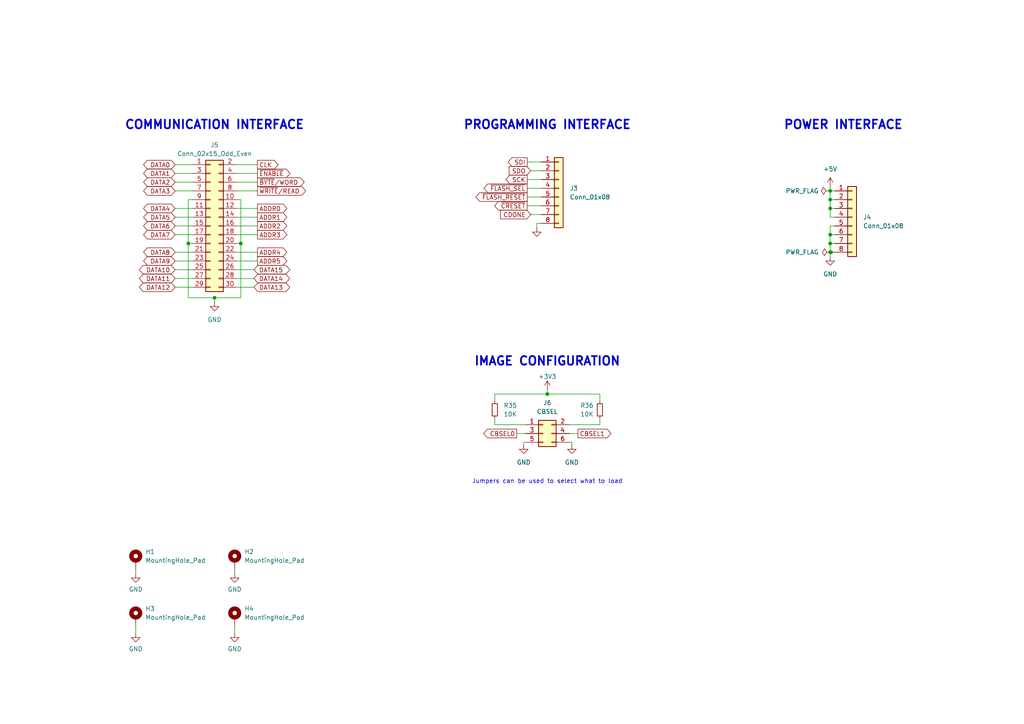
<source format=kicad_sch>
(kicad_sch (version 20231120) (generator "eeschema") (generator_version "8.0")
  (paper "A4")
  (title_block (title "vaudeo") (date "2025-01-22") (rev "Rev A") (comment 1 "A video and audeo board") (comment 3 "https://github.com/oricomp/vaudeo") (comment 4 "Created by Jacob Long"))
  (lib_symbols
    (symbol "Connector_Generic:Conn_01x08" (pin_names (offset 1.016) hide)
      (property "Reference" "J" (at 0 10.16 0))
      (property "Value" "Conn_01x08" (at 0 -12.7 0))
      (symbol "Conn_01x08_1_1"
        (rectangle (start -1.27 -10.033) (end 0 -10.287) (stroke (width 0.1524)))
        (rectangle (start -1.27 -7.493) (end 0 -7.747) (stroke (width 0.1524)))
        (rectangle (start -1.27 -4.953) (end 0 -5.207) (stroke (width 0.1524)))
        (rectangle (start -1.27 -2.413) (end 0 -2.667) (stroke (width 0.1524)))
        (rectangle (start -1.27 0.127) (end 0 -0.127) (stroke (width 0.1524)))
        (rectangle (start -1.27 2.667) (end 0 2.413) (stroke (width 0.1524)))
        (rectangle (start -1.27 5.207) (end 0 4.953) (stroke (width 0.1524)))
        (rectangle (start -1.27 7.747) (end 0 7.493) (stroke (width 0.1524)))
        (rectangle (start -1.27 8.89) (end 1.27 -11.43) (stroke (width 0.254)) (fill (type background)))
        (pin passive line (at -5.08 7.62 0) (length 3.81) (name "Pin_1") (number "1"))
        (pin passive line (at -5.08 5.08 0) (length 3.81) (name "Pin_2") (number "2"))
        (pin passive line (at -5.08 2.54 0) (length 3.81) (name "Pin_3") (number "3"))
        (pin passive line (at -5.08 0 0) (length 3.81) (name "Pin_4") (number "4"))
        (pin passive line (at -5.08 -2.54 0) (length 3.81) (name "Pin_5") (number "5"))
        (pin passive line (at -5.08 -5.08 0) (length 3.81) (name "Pin_6") (number "6"))
        (pin passive line (at -5.08 -7.62 0) (length 3.81) (name "Pin_7") (number "7"))
        (pin passive line (at -5.08 -10.16 0) (length 3.81) (name "Pin_8") (number "8"))
      )
    )
    (symbol "Connector_Generic:Conn_02x03_Odd_Even" (pin_names (offset 1.016) hide)
      (property "Reference" "J" (at 1.27 5.08 0))
      (property "Value" "Conn_02x03_Odd_Even" (at 1.27 -5.08 0))
      (symbol "Conn_02x03_Odd_Even_1_1"
        (rectangle (start -1.27 -2.413) (end 0 -2.667) (stroke (width 0.1524)))
        (rectangle (start -1.27 0.127) (end 0 -0.127) (stroke (width 0.1524)))
        (rectangle (start -1.27 2.667) (end 0 2.413) (stroke (width 0.1524)))
        (rectangle (start -1.27 3.81) (end 3.81 -3.81) (stroke (width 0.254)) (fill (type background)))
        (rectangle (start 3.81 -2.413) (end 2.54 -2.667) (stroke (width 0.1524)))
        (rectangle (start 3.81 0.127) (end 2.54 -0.127) (stroke (width 0.1524)))
        (rectangle (start 3.81 2.667) (end 2.54 2.413) (stroke (width 0.1524)))
        (pin passive line (at -5.08 2.54 0) (length 3.81) (name "Pin_1") (number "1"))
        (pin passive line (at 7.62 2.54 180) (length 3.81) (name "Pin_2") (number "2"))
        (pin passive line (at -5.08 0 0) (length 3.81) (name "Pin_3") (number "3"))
        (pin passive line (at 7.62 0 180) (length 3.81) (name "Pin_4") (number "4"))
        (pin passive line (at -5.08 -2.54 0) (length 3.81) (name "Pin_5") (number "5"))
        (pin passive line (at 7.62 -2.54 180) (length 3.81) (name "Pin_6") (number "6"))
      )
    )
    (symbol "Connector_Generic:Conn_02x15_Odd_Even" (pin_names (offset 1.016) hide)
      (property "Reference" "J" (at 1.27 20.32 0))
      (property "Value" "Conn_02x15_Odd_Even" (at 1.27 -20.32 0))
      (symbol "Conn_02x15_Odd_Even_1_1"
        (rectangle (start -1.27 -17.653) (end 0 -17.907) (stroke (width 0.1524)))
        (rectangle (start -1.27 -15.113) (end 0 -15.367) (stroke (width 0.1524)))
        (rectangle (start -1.27 -12.573) (end 0 -12.827) (stroke (width 0.1524)))
        (rectangle (start -1.27 -10.033) (end 0 -10.287) (stroke (width 0.1524)))
        (rectangle (start -1.27 -7.493) (end 0 -7.747) (stroke (width 0.1524)))
        (rectangle (start -1.27 -4.953) (end 0 -5.207) (stroke (width 0.1524)))
        (rectangle (start -1.27 -2.413) (end 0 -2.667) (stroke (width 0.1524)))
        (rectangle (start -1.27 0.127) (end 0 -0.127) (stroke (width 0.1524)))
        (rectangle (start -1.27 2.667) (end 0 2.413) (stroke (width 0.1524)))
        (rectangle (start -1.27 5.207) (end 0 4.953) (stroke (width 0.1524)))
        (rectangle (start -1.27 7.747) (end 0 7.493) (stroke (width 0.1524)))
        (rectangle (start -1.27 10.287) (end 0 10.033) (stroke (width 0.1524)))
        (rectangle (start -1.27 12.827) (end 0 12.573) (stroke (width 0.1524)))
        (rectangle (start -1.27 15.367) (end 0 15.113) (stroke (width 0.1524)))
        (rectangle (start -1.27 17.907) (end 0 17.653) (stroke (width 0.1524)))
        (rectangle (start -1.27 19.05) (end 3.81 -19.05) (stroke (width 0.254)) (fill (type background)))
        (rectangle (start 3.81 -17.653) (end 2.54 -17.907) (stroke (width 0.1524)))
        (rectangle (start 3.81 -15.113) (end 2.54 -15.367) (stroke (width 0.1524)))
        (rectangle (start 3.81 -12.573) (end 2.54 -12.827) (stroke (width 0.1524)))
        (rectangle (start 3.81 -10.033) (end 2.54 -10.287) (stroke (width 0.1524)))
        (rectangle (start 3.81 -7.493) (end 2.54 -7.747) (stroke (width 0.1524)))
        (rectangle (start 3.81 -4.953) (end 2.54 -5.207) (stroke (width 0.1524)))
        (rectangle (start 3.81 -2.413) (end 2.54 -2.667) (stroke (width 0.1524)))
        (rectangle (start 3.81 0.127) (end 2.54 -0.127) (stroke (width 0.1524)))
        (rectangle (start 3.81 2.667) (end 2.54 2.413) (stroke (width 0.1524)))
        (rectangle (start 3.81 5.207) (end 2.54 4.953) (stroke (width 0.1524)))
        (rectangle (start 3.81 7.747) (end 2.54 7.493) (stroke (width 0.1524)))
        (rectangle (start 3.81 10.287) (end 2.54 10.033) (stroke (width 0.1524)))
        (rectangle (start 3.81 12.827) (end 2.54 12.573) (stroke (width 0.1524)))
        (rectangle (start 3.81 15.367) (end 2.54 15.113) (stroke (width 0.1524)))
        (rectangle (start 3.81 17.907) (end 2.54 17.653) (stroke (width 0.1524)))
        (pin passive line (at -5.08 17.78 0) (length 3.81) (name "Pin_1") (number "1"))
        (pin passive line (at 7.62 7.62 180) (length 3.81) (name "Pin_10") (number "10"))
        (pin passive line (at -5.08 5.08 0) (length 3.81) (name "Pin_11") (number "11"))
        (pin passive line (at 7.62 5.08 180) (length 3.81) (name "Pin_12") (number "12"))
        (pin passive line (at -5.08 2.54 0) (length 3.81) (name "Pin_13") (number "13"))
        (pin passive line (at 7.62 2.54 180) (length 3.81) (name "Pin_14") (number "14"))
        (pin passive line (at -5.08 0 0) (length 3.81) (name "Pin_15") (number "15"))
        (pin passive line (at 7.62 0 180) (length 3.81) (name "Pin_16") (number "16"))
        (pin passive line (at -5.08 -2.54 0) (length 3.81) (name "Pin_17") (number "17"))
        (pin passive line (at 7.62 -2.54 180) (length 3.81) (name "Pin_18") (number "18"))
        (pin passive line (at -5.08 -5.08 0) (length 3.81) (name "Pin_19") (number "19"))
        (pin passive line (at 7.62 17.78 180) (length 3.81) (name "Pin_2") (number "2"))
        (pin passive line (at 7.62 -5.08 180) (length 3.81) (name "Pin_20") (number "20"))
        (pin passive line (at -5.08 -7.62 0) (length 3.81) (name "Pin_21") (number "21"))
        (pin passive line (at 7.62 -7.62 180) (length 3.81) (name "Pin_22") (number "22"))
        (pin passive line (at -5.08 -10.16 0) (length 3.81) (name "Pin_23") (number "23"))
        (pin passive line (at 7.62 -10.16 180) (length 3.81) (name "Pin_24") (number "24"))
        (pin passive line (at -5.08 -12.7 0) (length 3.81) (name "Pin_25") (number "25"))
        (pin passive line (at 7.62 -12.7 180) (length 3.81) (name "Pin_26") (number "26"))
        (pin passive line (at -5.08 -15.24 0) (length 3.81) (name "Pin_27") (number "27"))
        (pin passive line (at 7.62 -15.24 180) (length 3.81) (name "Pin_28") (number "28"))
        (pin passive line (at -5.08 -17.78 0) (length 3.81) (name "Pin_29") (number "29"))
        (pin passive line (at -5.08 15.24 0) (length 3.81) (name "Pin_3") (number "3"))
        (pin passive line (at 7.62 -17.78 180) (length 3.81) (name "Pin_30") (number "30"))
        (pin passive line (at 7.62 15.24 180) (length 3.81) (name "Pin_4") (number "4"))
        (pin passive line (at -5.08 12.7 0) (length 3.81) (name "Pin_5") (number "5"))
        (pin passive line (at 7.62 12.7 180) (length 3.81) (name "Pin_6") (number "6"))
        (pin passive line (at -5.08 10.16 0) (length 3.81) (name "Pin_7") (number "7"))
        (pin passive line (at 7.62 10.16 180) (length 3.81) (name "Pin_8") (number "8"))
        (pin passive line (at -5.08 7.62 0) (length 3.81) (name "Pin_9") (number "9"))
      )
    )
    (symbol "Device:R_Small" (pin_numbers hide) (pin_names (offset 0.254) hide)
      (property "Reference" "R" (at 0.762 0.508 0))
      (property "Value" "R_Small" (at 0.762 -1.016 0))
      (symbol "R_Small_0_1"
        (rectangle (start -0.762 1.778) (end 0.762 -1.778) (stroke (width 0.2032)))
      )
      (symbol "R_Small_1_1"
        (pin passive line (at 0 2.54 270) (length 0.762) (name "~") (number "1"))
        (pin passive line (at 0 -2.54 90) (length 0.762) (name "~") (number "2"))
      )
    )
    (symbol "Mechanical:MountingHole_Pad" (pin_numbers hide) (pin_names (offset 1.016) hide)
      (property "Reference" "H" (at 0 6.35 0))
      (property "Value" "MountingHole_Pad" (at 0 4.445 0))
      (symbol "MountingHole_Pad_0_1"
        (circle (center 0 1.27) (radius 1.27) (stroke (width 1.27)))
      )
      (symbol "MountingHole_Pad_1_1"
        (pin input line (at 0 -2.54 90) (length 2.54) (name "1") (number "1"))
      )
    )
    (symbol "power:+3V3" (power) (pin_numbers hide) (pin_names (offset 0) hide)
      (property "Value" "+3V3" (at 0 3.556 0))
      (symbol "+3V3_0_1"
        (polyline (pts (xy -0.762 1.27) (xy 0 2.54)))
        (polyline (pts (xy 0 0) (xy 0 2.54)))
        (polyline (pts (xy 0 2.54) (xy 0.762 1.27)))
      )
      (symbol "+3V3_1_1"
        (pin power_in line (at 0 0 90) (length 0) (name "~") (number "1"))
      )
    )
    (symbol "power:+5V" (power) (pin_numbers hide) (pin_names (offset 0) hide)
      (property "Value" "+5V" (at 0 3.556 0))
      (symbol "+5V_0_1"
        (polyline (pts (xy -0.762 1.27) (xy 0 2.54)))
        (polyline (pts (xy 0 0) (xy 0 2.54)))
        (polyline (pts (xy 0 2.54) (xy 0.762 1.27)))
      )
      (symbol "+5V_1_1"
        (pin power_in line (at 0 0 90) (length 0) (name "~") (number "1"))
      )
    )
    (symbol "power:GND" (power) (pin_numbers hide) (pin_names (offset 0) hide)
      (property "Value" "GND" (at 0 -3.81 0))
      (symbol "GND_0_1"
        (polyline (pts (xy 0 0) (xy 0 -1.27) (xy 1.27 -1.27) (xy 0 -2.54) (xy -1.27 -1.27) (xy 0 -1.27)))
      )
      (symbol "GND_1_1"
        (pin power_in line (at 0 0 270) (length 0) (name "~") (number "1"))
      )
    )
    (symbol "power:PWR_FLAG" (power) (pin_numbers hide) (pin_names (offset 0) hide)
      (property "Value" "PWR_FLAG" (at 0 3.81 0))
      (symbol "PWR_FLAG_0_0"
        (pin power_out line (at 0 0 90) (length 0) (name "~") (number "1"))
      )
      (symbol "PWR_FLAG_0_1"
        (polyline (pts (xy 0 0) (xy 0 1.27) (xy -1.016 1.905) (xy 0 2.54) (xy 1.016 1.905) (xy 0 1.27)))
      )
    )
  )
  (junction (at 240.792 73.152))
  (junction (at 240.792 57.912))
  (junction (at 240.792 55.372))
  (junction (at 240.792 68.072))
  (junction (at 62.23 86.36))
  (junction (at 158.75 114.3))
  (junction (at 240.792 70.612))
  (junction (at 241.046 73.152))
  (junction (at 240.792 60.452))
  (junction (at 54.61 70.612))
  (junction (at 69.85 70.612))
  (wire (pts (xy 68.58 57.912) (xy 69.85 57.912)))
  (wire (pts (xy 152.908 59.69) (xy 156.972 59.69)))
  (wire (pts (xy 74.676 68.072) (xy 68.58 68.072)))
  (wire (pts (xy 240.792 54.102) (xy 240.792 55.372)))
  (wire (pts (xy 50.8 60.452) (xy 55.88 60.452)))
  (wire (pts (xy 240.792 73.152) (xy 241.046 73.152)))
  (wire (pts (xy 143.51 123.19) (xy 143.51 121.412)))
  (wire (pts (xy 153.924 49.53) (xy 156.972 49.53)))
  (wire (pts (xy 242.062 55.372) (xy 240.792 55.372)))
  (wire (pts (xy 69.85 57.912) (xy 69.85 70.612)))
  (wire (pts (xy 54.61 70.612) (xy 54.61 86.36)))
  (wire (pts (xy 240.792 57.912) (xy 240.792 60.452)))
  (wire (pts (xy 50.8 83.312) (xy 55.88 83.312)))
  (wire (pts (xy 50.8 80.772) (xy 55.88 80.772)))
  (wire (pts (xy 242.062 68.072) (xy 240.792 68.072)))
  (wire (pts (xy 165.1 123.19) (xy 173.99 123.19)))
  (wire (pts (xy 62.23 87.63) (xy 62.23 86.36)))
  (wire (pts (xy 74.676 65.532) (xy 68.58 65.532)))
  (wire (pts (xy 50.8 62.992) (xy 55.88 62.992)))
  (wire (pts (xy 74.676 73.152) (xy 68.58 73.152)))
  (wire (pts (xy 152.908 57.15) (xy 156.972 57.15)))
  (wire (pts (xy 240.792 57.912) (xy 240.792 55.372)))
  (wire (pts (xy 50.8 55.372) (xy 55.88 55.372)))
  (wire (pts (xy 240.792 60.452) (xy 240.792 62.992)))
  (wire (pts (xy 155.702 64.77) (xy 155.702 66.04)))
  (wire (pts (xy 50.8 50.292) (xy 55.88 50.292)))
  (wire (pts (xy 151.892 129.032) (xy 151.892 128.27)))
  (wire (pts (xy 55.88 57.912) (xy 54.61 57.912)))
  (wire (pts (xy 242.062 60.452) (xy 240.792 60.452)))
  (wire (pts (xy 50.8 65.532) (xy 55.88 65.532)))
  (wire (pts (xy 151.892 128.27) (xy 152.4 128.27)))
  (wire (pts (xy 50.8 47.752) (xy 55.88 47.752)))
  (wire (pts (xy 50.8 75.692) (xy 55.88 75.692)))
  (wire (pts (xy 152.908 54.61) (xy 156.972 54.61)))
  (wire (pts (xy 74.676 50.292) (xy 68.58 50.292)))
  (wire (pts (xy 74.676 62.992) (xy 68.58 62.992)))
  (wire (pts (xy 73.66 83.312) (xy 68.58 83.312)))
  (wire (pts (xy 54.61 70.612) (xy 55.88 70.612)))
  (wire (pts (xy 242.062 57.912) (xy 240.792 57.912)))
  (wire (pts (xy 73.66 80.772) (xy 68.58 80.772)))
  (wire (pts (xy 158.75 113.03) (xy 158.75 114.3)))
  (wire (pts (xy 152.908 52.07) (xy 156.972 52.07)))
  (wire (pts (xy 74.676 52.832) (xy 68.58 52.832)))
  (wire (pts (xy 50.8 52.832) (xy 55.88 52.832)))
  (wire (pts (xy 74.676 75.692) (xy 68.58 75.692)))
  (wire (pts (xy 54.61 86.36) (xy 62.23 86.36)))
  (wire (pts (xy 242.062 65.532) (xy 240.792 65.532)))
  (wire (pts (xy 50.8 68.072) (xy 55.88 68.072)))
  (wire (pts (xy 240.792 73.152) (xy 240.792 74.422)))
  (wire (pts (xy 68.072 166.37) (xy 68.072 165.1)))
  (wire (pts (xy 240.792 70.612) (xy 240.792 73.152)))
  (wire (pts (xy 68.58 70.612) (xy 69.85 70.612)))
  (wire (pts (xy 173.99 114.3) (xy 173.99 116.332)))
  (wire (pts (xy 74.676 60.452) (xy 68.58 60.452)))
  (wire (pts (xy 242.062 62.992) (xy 240.792 62.992)))
  (wire (pts (xy 155.702 64.77) (xy 156.972 64.77)))
  (wire (pts (xy 62.23 86.36) (xy 69.85 86.36)))
  (wire (pts (xy 240.792 65.532) (xy 240.792 68.072)))
  (wire (pts (xy 73.66 78.232) (xy 68.58 78.232)))
  (wire (pts (xy 143.51 114.3) (xy 158.75 114.3)))
  (wire (pts (xy 39.37 183.642) (xy 39.37 181.61)))
  (wire (pts (xy 165.862 129.032) (xy 165.862 128.27)))
  (wire (pts (xy 242.062 70.612) (xy 240.792 70.612)))
  (wire (pts (xy 143.51 116.332) (xy 143.51 114.3)))
  (wire (pts (xy 153.924 62.23) (xy 156.972 62.23)))
  (wire (pts (xy 143.51 123.19) (xy 152.4 123.19)))
  (wire (pts (xy 165.862 128.27) (xy 165.1 128.27)))
  (wire (pts (xy 173.99 121.412) (xy 173.99 123.19)))
  (wire (pts (xy 50.8 73.152) (xy 55.88 73.152)))
  (wire (pts (xy 74.676 55.372) (xy 68.58 55.372)))
  (wire (pts (xy 74.676 47.752) (xy 68.58 47.752)))
  (wire (pts (xy 152.4 125.73) (xy 149.86 125.73)))
  (wire (pts (xy 69.85 70.612) (xy 69.85 86.36)))
  (wire (pts (xy 50.8 78.232) (xy 55.88 78.232)))
  (wire (pts (xy 54.61 57.912) (xy 54.61 70.612)))
  (wire (pts (xy 39.37 166.37) (xy 39.37 165.1)))
  (wire (pts (xy 240.792 68.072) (xy 240.792 70.612)))
  (wire (pts (xy 165.1 125.73) (xy 167.64 125.73)))
  (wire (pts (xy 68.072 183.642) (xy 68.072 181.61)))
  (wire (pts (xy 158.75 114.3) (xy 173.99 114.3)))
  (wire (pts (xy 241.046 73.152) (xy 242.062 73.152)))
  (wire (pts (xy 152.908 46.99) (xy 156.972 46.99)))
  (text "POWER INTERFACE" (at 244.602 36.322 0) (effects (font (size 2.5 2.5) (thickness 0.5) (bold yes))))
  (text "IMAGE CONFIGURATION" (at 158.75 104.902 0) (effects (font (size 2.5 2.5) (thickness 0.5) (bold yes))))
  (text "COMMUNICATION INTERFACE" (at 62.23 36.322 0) (effects (font (size 2.5 2.5) (thickness 0.5) (bold yes))))
  (text "PROGRAMMING INTERFACE" (at 158.75 36.322 0) (effects (font (size 2.5 2.5) (thickness 0.5) (bold yes))))
  (text "Jumpers can be used to select what to load" (at 158.75 139.7 0) (effects (font (size 1.27 1.27))))
  (global_label "DATA13" (shape bidirectional) (at 73.66 83.312 0) (property "Intersheetrefs" "${INTERSHEET_REFS}" (effects (hide yes))))
  (global_label "DATA6" (shape bidirectional) (at 50.8 65.532 180) (property "Intersheetrefs" "${INTERSHEET_REFS}" (effects (hide yes))))
  (global_label "~{ENABLE}" (shape output) (at 74.676 50.292 0) (property "Intersheetrefs" "${INTERSHEET_REFS}" (effects (hide yes))))
  (global_label "~{CRESET}" (shape output) (at 152.908 59.69 180) (property "Intersheetrefs" "${INTERSHEET_REFS}" (effects (hide yes))))
  (global_label "DATA10" (shape bidirectional) (at 50.8 78.232 180) (property "Intersheetrefs" "${INTERSHEET_REFS}" (effects (hide yes))))
  (global_label "ADDR4" (shape output) (at 74.676 73.152 0) (property "Intersheetrefs" "${INTERSHEET_REFS}" (effects (hide yes))))
  (global_label "DATA8" (shape bidirectional) (at 50.8 73.152 180) (property "Intersheetrefs" "${INTERSHEET_REFS}" (effects (hide yes))))
  (global_label "DATA1" (shape bidirectional) (at 50.8 50.292 180) (property "Intersheetrefs" "${INTERSHEET_REFS}" (effects (hide yes))))
  (global_label "ADDR5" (shape output) (at 74.676 75.692 0) (property "Intersheetrefs" "${INTERSHEET_REFS}" (effects (hide yes))))
  (global_label "SDO" (shape input) (at 153.924 49.53 180) (property "Intersheetrefs" "${INTERSHEET_REFS}" (effects (hide yes))))
  (global_label "DATA9" (shape bidirectional) (at 50.8 75.692 180) (property "Intersheetrefs" "${INTERSHEET_REFS}" (effects (hide yes))))
  (global_label "SDI" (shape output) (at 152.908 46.99 180) (property "Intersheetrefs" "${INTERSHEET_REFS}" (effects (hide yes))))
  (global_label "ADDR3" (shape output) (at 74.676 68.072 0) (property "Intersheetrefs" "${INTERSHEET_REFS}" (effects (hide yes))))
  (global_label "SCK" (shape output) (at 152.908 52.07 180) (property "Intersheetrefs" "${INTERSHEET_REFS}" (effects (hide yes))))
  (global_label "DATA12" (shape bidirectional) (at 50.8 83.312 180) (property "Intersheetrefs" "${INTERSHEET_REFS}" (effects (hide yes))))
  (global_label "~{WRITE}{slash}READ" (shape output) (at 74.676 55.372 0) (property "Intersheetrefs" "${INTERSHEET_REFS}" (effects (hide yes))))
  (global_label "DATA5" (shape bidirectional) (at 50.8 62.992 180) (property "Intersheetrefs" "${INTERSHEET_REFS}" (effects (hide yes))))
  (global_label "DATA7" (shape bidirectional) (at 50.8 68.072 180) (property "Intersheetrefs" "${INTERSHEET_REFS}" (effects (hide yes))))
  (global_label "~{FLASH_RESET}" (shape output) (at 152.908 57.15 180) (property "Intersheetrefs" "${INTERSHEET_REFS}" (effects (hide yes))))
  (global_label "DATA4" (shape bidirectional) (at 50.8 60.452 180) (property "Intersheetrefs" "${INTERSHEET_REFS}" (effects (hide yes))))
  (global_label "CBSEL1" (shape output) (at 167.64 125.73 0) (property "Intersheetrefs" "${INTERSHEET_REFS}" (effects (hide yes))))
  (global_label "DATA14" (shape bidirectional) (at 73.66 80.772 0) (property "Intersheetrefs" "${INTERSHEET_REFS}" (effects (hide yes))))
  (global_label "~{FLASH_SEL}" (shape output) (at 152.908 54.61 180) (property "Intersheetrefs" "${INTERSHEET_REFS}" (effects (hide yes))))
  (global_label "DATA2" (shape bidirectional) (at 50.8 52.832 180) (property "Intersheetrefs" "${INTERSHEET_REFS}" (effects (hide yes))))
  (global_label "CDONE" (shape input) (at 153.924 62.23 180) (property "Intersheetrefs" "${INTERSHEET_REFS}" (effects (hide yes))))
  (global_label "ADDR1" (shape output) (at 74.676 62.992 0) (property "Intersheetrefs" "${INTERSHEET_REFS}" (effects (hide yes))))
  (global_label "DATA11" (shape bidirectional) (at 50.8 80.772 180) (property "Intersheetrefs" "${INTERSHEET_REFS}" (effects (hide yes))))
  (global_label "~{BYTE}{slash}WORD" (shape output) (at 74.676 52.832 0) (property "Intersheetrefs" "${INTERSHEET_REFS}" (effects (hide yes))))
  (global_label "ADDR2" (shape output) (at 74.676 65.532 0) (property "Intersheetrefs" "${INTERSHEET_REFS}" (effects (hide yes))))
  (global_label "CLK" (shape output) (at 74.676 47.752 0) (property "Intersheetrefs" "${INTERSHEET_REFS}" (effects (hide yes))))
  (global_label "ADDR0" (shape output) (at 74.676 60.452 0) (property "Intersheetrefs" "${INTERSHEET_REFS}" (effects (hide yes))))
  (global_label "DATA15" (shape bidirectional) (at 73.66 78.232 0) (property "Intersheetrefs" "${INTERSHEET_REFS}" (effects (hide yes))))
  (global_label "CBSEL0" (shape output) (at 149.86 125.73 180) (property "Intersheetrefs" "${INTERSHEET_REFS}" (effects (hide yes))))
  (global_label "DATA0" (shape bidirectional) (at 50.8 47.752 180) (property "Intersheetrefs" "${INTERSHEET_REFS}" (effects (hide yes))))
  (global_label "DATA3" (shape bidirectional) (at 50.8 55.372 180) (property "Intersheetrefs" "${INTERSHEET_REFS}" (effects (hide yes))))
  (symbol (lib_id "Connector_Generic:Conn_02x03_Odd_Even") (at 157.48 125.73 0) (unit 1)
    (property "Reference" "J6" (at 158.75 116.84 0))
    (property "Value" "CBSEL" (at 158.75 119.38 0))
    (property "Footprint" "Connector_PinHeader_2.54mm:PinHeader_2x03_P2.54mm_Vertical" (effects (hide yes)))
    (property "Description" "Generic connector, double row, 02x03, odd/even pin numbering scheme (row 1 odd numbers, row 2 even numbers), script generated (kicad-library-utils/schlib/autogen/connector/)" (effects (hide yes)))
  )
  (symbol (lib_id "Mechanical:MountingHole_Pad") (at 68.072 162.56 0) (unit 1)
    (property "Reference" "H2" (at 70.866 160.0199 0) (effects (justify left)))
    (property "Value" "MountingHole_Pad" (at 70.866 162.5599 0) (effects (justify left)))
    (property "Footprint" "MountingHole:MountingHole_3.2mm_M3_Pad_Via" (effects (hide yes)))
    (property "Description" "Mounting Hole with connection" (effects (hide yes)))
  )
  (symbol (lib_id "power:GND") (at 68.072 183.642 0) (unit 1)
    (property "Reference" "#PWR058" (effects (hide yes)))
    (property "Value" "GND" (at 68.072 188.214 0))
    (property "Description" "Power symbol creates a global label with name \"GND\" , ground" (effects (hide yes)))
  )
  (symbol (lib_id "Connector_Generic:Conn_02x15_Odd_Even") (at 60.96 65.532 0) (unit 1)
    (property "Reference" "J5" (at 62.23 42.037 0))
    (property "Value" "Conn_02x15_Odd_Even" (at 62.23 44.577 0))
    (property "Footprint" "Connector_PinHeader_2.54mm:PinHeader_2x15_P2.54mm_Vertical" (effects (hide yes)))
    (property "Description" "Generic connector, double row, 02x15, odd/even pin numbering scheme (row 1 odd numbers, row 2 even numbers), script generated (kicad-library-utils/schlib/autogen/connector/)" (effects (hide yes)))
  )
  (symbol (lib_id "power:GND") (at 240.792 74.422 0) (unit 1)
    (property "Reference" "#PWR050" (effects (hide yes)))
    (property "Value" "GND" (at 240.792 79.502 0))
    (property "Description" "Power symbol creates a global label with name \"GND\" , ground" (effects (hide yes)))
  )
  (symbol (lib_id "power:GND") (at 151.892 129.032 0) (unit 1)
    (property "Reference" "#PWR053" (effects (hide yes)))
    (property "Value" "GND" (at 151.892 134.112 0))
    (property "Description" "Power symbol creates a global label with name \"GND\" , ground" (effects (hide yes)))
  )
  (symbol (lib_id "Mechanical:MountingHole_Pad") (at 68.072 179.07 0) (unit 1)
    (property "Reference" "H4" (at 70.866 176.5299 0) (effects (justify left)))
    (property "Value" "MountingHole_Pad" (at 70.866 179.0699 0) (effects (justify left)))
    (property "Footprint" "MountingHole:MountingHole_3.2mm_M3_Pad_Via" (effects (hide yes)))
    (property "Description" "Mounting Hole with connection" (effects (hide yes)))
  )
  (symbol (lib_id "Mechanical:MountingHole_Pad") (at 39.37 162.56 0) (unit 1)
    (property "Reference" "H1" (at 42.164 160.0199 0) (effects (justify left)))
    (property "Value" "MountingHole_Pad" (at 42.164 162.5599 0) (effects (justify left)))
    (property "Footprint" "MountingHole:MountingHole_3.2mm_M3_Pad_Via" (effects (hide yes)))
    (property "Description" "Mounting Hole with connection" (effects (hide yes)))
  )
  (symbol (lib_id "power:PWR_FLAG") (at 241.046 73.152 90) (unit 1)
    (property "Reference" "#FLG06" (effects (hide yes)))
    (property "Value" "PWR_FLAG" (at 237.49 73.1519 90) (effects (justify left)))
    (property "Description" "Special symbol for telling ERC where power comes from" (effects (hide yes)))
  )
  (symbol (lib_id "Mechanical:MountingHole_Pad") (at 39.37 179.07 0) (unit 1)
    (property "Reference" "H3" (at 42.164 176.5299 0) (effects (justify left)))
    (property "Value" "MountingHole_Pad" (at 42.164 179.0699 0) (effects (justify left)))
    (property "Footprint" "MountingHole:MountingHole_3.2mm_M3_Pad_Via" (effects (hide yes)))
    (property "Description" "Mounting Hole with connection" (effects (hide yes)))
  )
  (symbol (lib_id "power:GND") (at 165.862 129.032 0) (unit 1)
    (property "Reference" "#PWR054" (effects (hide yes)))
    (property "Value" "GND" (at 165.862 134.112 0))
    (property "Description" "Power symbol creates a global label with name \"GND\" , ground" (effects (hide yes)))
  )
  (symbol (lib_id "Device:R_Small") (at 173.99 118.872 0) (unit 1)
    (property "Reference" "R36" (at 168.275 117.602 0) (effects (justify left)))
    (property "Value" "10K" (at 168.275 120.142 0) (effects (justify left)))
    (property "Footprint" "Resistor_SMD:R_0805_2012Metric_Pad1.20x1.40mm_HandSolder" (effects (hide yes)))
    (property "Description" "Resistor, small symbol" (effects (hide yes)))
    (property "DigiKey" "https://www.digikey.com/en/products/detail/stackpole-electronics-inc/RNCP0805FTD10K0/2240262" (effects (hide yes)))
  )
  (symbol (lib_id "Connector_Generic:Conn_01x08") (at 162.052 54.61 0) (unit 1)
    (property "Reference" "J3" (at 165.227 54.6099 0) (effects (justify left)))
    (property "Value" "Conn_01x08" (at 165.227 57.1499 0) (effects (justify left)))
    (property "Footprint" "Connector_PinHeader_2.54mm:PinHeader_1x08_P2.54mm_Vertical" (effects (hide yes)))
    (property "Description" "Generic connector, single row, 01x08, script generated (kicad-library-utils/schlib/autogen/connector/)" (effects (hide yes)))
  )
  (symbol (lib_id "power:GND") (at 39.37 166.37 0) (unit 1)
    (property "Reference" "#PWR055" (effects (hide yes)))
    (property "Value" "GND" (at 39.37 170.942 0))
    (property "Description" "Power symbol creates a global label with name \"GND\" , ground" (effects (hide yes)))
  )
  (symbol (lib_id "power:GND") (at 68.072 166.37 0) (unit 1)
    (property "Reference" "#PWR056" (effects (hide yes)))
    (property "Value" "GND" (at 68.072 170.942 0))
    (property "Description" "Power symbol creates a global label with name \"GND\" , ground" (effects (hide yes)))
  )
  (symbol (lib_id "power:PWR_FLAG") (at 240.792 55.372 90) (unit 1)
    (property "Reference" "#FLG05" (effects (hide yes)))
    (property "Value" "PWR_FLAG" (at 237.49 55.3719 90) (effects (justify left)))
    (property "Description" "Special symbol for telling ERC where power comes from" (effects (hide yes)))
  )
  (symbol (lib_id "power:GND") (at 39.37 183.642 0) (unit 1)
    (property "Reference" "#PWR057" (effects (hide yes)))
    (property "Value" "GND" (at 39.37 188.214 0))
    (property "Description" "Power symbol creates a global label with name \"GND\" , ground" (effects (hide yes)))
  )
  (symbol (lib_id "power:GND") (at 62.23 87.63 0) (unit 1)
    (property "Reference" "#PWR051" (effects (hide yes)))
    (property "Value" "GND" (at 62.23 92.71 0))
    (property "Description" "Power symbol creates a global label with name \"GND\" , ground" (effects (hide yes)))
  )
  (symbol (lib_id "Device:R_Small") (at 143.51 118.872 180) (unit 1)
    (property "Reference" "R35" (at 146.05 117.6019 0) (effects (justify right)))
    (property "Value" "10K" (at 146.05 120.1419 0) (effects (justify right)))
    (property "Footprint" "Resistor_SMD:R_0805_2012Metric_Pad1.20x1.40mm_HandSolder" (effects (hide yes)))
    (property "Description" "Resistor, small symbol" (effects (hide yes)))
    (property "DigiKey" "https://www.digikey.com/en/products/detail/stackpole-electronics-inc/RNCP0805FTD10K0/2240262" (effects (hide yes)))
  )
  (symbol (lib_id "Connector_Generic:Conn_01x08") (at 247.142 62.992 0) (unit 1)
    (property "Reference" "J4" (at 250.317 62.9919 0) (effects (justify left)))
    (property "Value" "Conn_01x08" (at 250.317 65.5319 0) (effects (justify left)))
    (property "Footprint" "Connector_PinHeader_2.54mm:PinHeader_1x08_P2.54mm_Vertical" (effects (hide yes)))
    (property "Description" "Generic connector, single row, 01x08, script generated (kicad-library-utils/schlib/autogen/connector/)" (effects (hide yes)))
  )
  (symbol (lib_id "power:+3V3") (at 158.75 113.03 0) (unit 1)
    (property "Reference" "#PWR052" (effects (hide yes)))
    (property "Value" "+3V3" (at 158.75 109.22 0))
    (property "Description" "Power symbol creates a global label with name \"+3V3\"" (effects (hide yes)))
  )
  (symbol (lib_id "power:+5V") (at 240.792 54.102 0) (unit 1)
    (property "Reference" "#PWR048" (effects (hide yes)))
    (property "Value" "+5V" (at 240.792 49.022 0))
    (property "Description" "Power symbol creates a global label with name \"+5V\"" (effects (hide yes)))
  )
  (symbol (lib_id "power:GND") (at 155.702 66.04 0) (unit 1)
    (property "Reference" "#PWR049" (effects (hide yes)))
    (property "Value" "GND" (effects (hide yes)))
    (property "Description" "Power symbol creates a global label with name \"GND\" , ground" (effects (hide yes)))
  )
)
</source>
